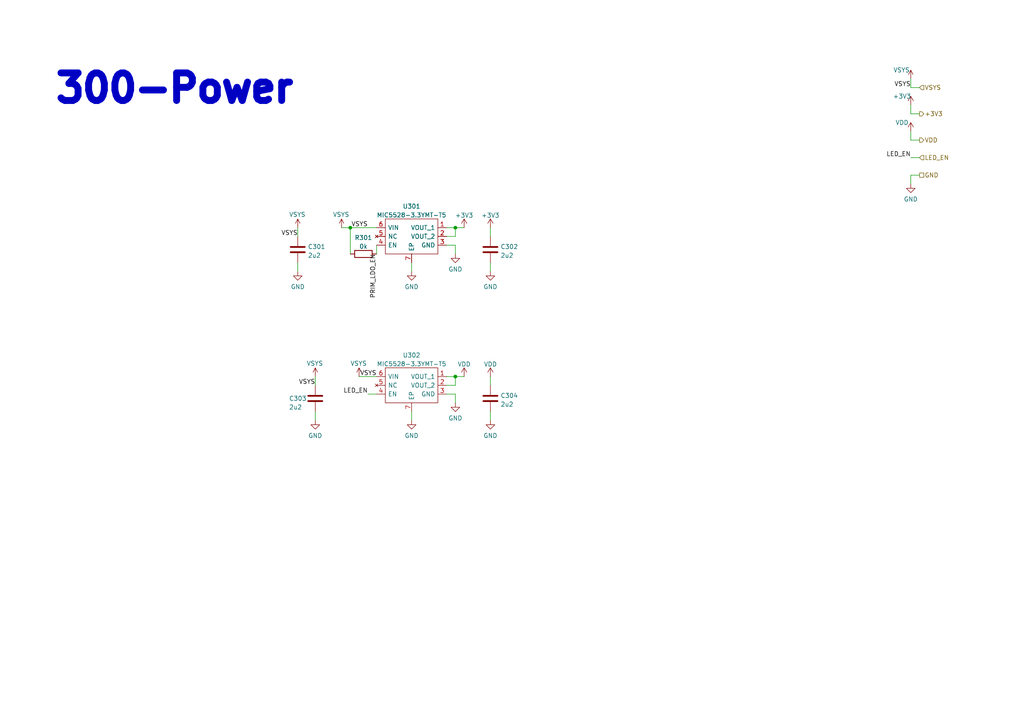
<source format=kicad_sch>
(kicad_sch (version 20230121) (generator eeschema)
  (paper "A4")
  (title_block (title "PMK_Keyboard") (date "2023-02-06") (rev "HW00") (company "PumaCorp") (comment 1 "Design by: NdG"))
  (lib_symbols
    (symbol "Component lib:C" (pin_numbers hide) (pin_names (offset 0.254))
      (property "Reference" "C" (at 0.635 -1.27 0))
      (property "Value" "C" (at 0.635 -6.35 0))
      (symbol "C_0_1"
        (polyline (pts (xy -2.032 -4.572) (xy 2.032 -4.572)) (stroke (width 0.508)))
        (polyline (pts (xy -2.032 -3.048) (xy 2.032 -3.048)) (stroke (width 0.508)))
      )
      (symbol "C_1_1"
        (pin passive line (at 0 0 270) (length 2.794) (name "~") (number "1"))
        (pin passive line (at 0 -7.62 90) (length 2.794) (name "~") (number "2"))
      )
    )
    (symbol "Component lib:MIC5528-3.3YMT-T5" (pin_names (offset 0.762))
      (property "Reference" "U" (at 2.54 5.08 0))
      (property "Value" "MIC5528-3.3YMT-T5" (at 12.7 5.08 0))
      (symbol "MIC5528-3.3YMT-T5_0_0"
        (pin passive line (at 20.32 0 180) (length 2.54) (name "VOUT_1") (number "1"))
        (pin passive line (at 20.32 -2.54 180) (length 2.54) (name "VOUT_2") (number "2"))
        (pin passive line (at 20.32 -5.08 180) (length 2.54) (name "GND") (number "3"))
        (pin passive line (at 0 -5.08 0) (length 2.54) (name "EN") (number "4"))
        (pin no_connect line (at 0 -2.54 0) (length 2.54) (name "NC") (number "5"))
        (pin passive line (at 0 0 0) (length 2.54) (name "VIN") (number "6"))
        (pin passive line (at 10.16 -10.16 90) (length 2.54) (name "EP") (number "7"))
      )
      (symbol "MIC5528-3.3YMT-T5_0_1"
        (rectangle (start 2.54 2.54) (end 17.78 -7.62) (stroke (width 0.1524)))
      )
    )
    (symbol "Component lib:R" (pin_numbers hide) (pin_names (offset 0))
      (property "Reference" "R" (at 2.032 -3.81 90))
      (property "Value" "R" (at 0 -3.81 90))
      (symbol "R_0_1"
        (rectangle (start -1.016 -6.35) (end 1.016 -1.27) (stroke (width 0.254)))
      )
      (symbol "R_1_1"
        (pin passive line (at 0 0 270) (length 1.27) (name "~") (number "1"))
        (pin passive line (at 0 -7.62 90) (length 1.27) (name "~") (number "2"))
      )
    )
    (symbol "Component_lib:VSYS" (power) (pin_numbers hide) (in_bom no) (on_board no)
      (property "Value" "VSYS" (at 0 3.81 0))
      (symbol "VSYS_0_0"
        (pin passive line (at 0 0 90) (length 2.54) hide (name "") (number ""))
      )
      (symbol "VSYS_0_1"
        (polyline (pts (xy 0 0) (xy 0 2.54) (xy 0.635 1.27) (xy 0 2.54) (xy -0.635 1.27)) (stroke (width 0.1524)))
      )
    )
    (symbol "power:+3V3" (power) (pin_names (offset 0))
      (property "Value" "+3V3" (at 0 3.556 0))
      (symbol "+3V3_0_1"
        (polyline (pts (xy -0.762 1.27) (xy 0 2.54)))
        (polyline (pts (xy 0 0) (xy 0 2.54)))
        (polyline (pts (xy 0 2.54) (xy 0.762 1.27)))
      )
      (symbol "+3V3_1_1"
        (pin power_in line (at 0 0 90) (length 0) hide (name "+3V3") (number "1"))
      )
    )
    (symbol "power:GND" (power) (pin_names (offset 0))
      (property "Value" "GND" (at 0 -3.81 0))
      (symbol "GND_0_1"
        (polyline (pts (xy 0 0) (xy 0 -1.27) (xy 1.27 -1.27) (xy 0 -2.54) (xy -1.27 -1.27) (xy 0 -1.27)))
      )
      (symbol "GND_1_1"
        (pin power_in line (at 0 0 270) (length 0) hide (name "GND") (number "1"))
      )
    )
    (symbol "power:VDD" (power) (pin_names (offset 0))
      (property "Value" "VDD" (at 0 3.81 0))
      (symbol "VDD_0_1"
        (polyline (pts (xy -0.762 1.27) (xy 0 2.54)))
        (polyline (pts (xy 0 0) (xy 0 2.54)))
        (polyline (pts (xy 0 2.54) (xy 0.762 1.27)))
      )
      (symbol "VDD_1_1"
        (pin power_in line (at 0 0 90) (length 0) hide (name "VDD") (number "1"))
      )
    )
  )
  (junction (at 101.6 66.04))
  (junction (at 132.08 66.04))
  (junction (at 132.08 109.22))
  (wire (pts (xy 101.6 66.04) (xy 101.6 73.66)))
  (wire (pts (xy 132.08 116.84) (xy 132.08 114.3)))
  (wire (pts (xy 129.54 68.58) (xy 132.08 68.58)))
  (wire (pts (xy 264.16 53.34) (xy 264.16 50.8)))
  (wire (pts (xy 142.24 66.04) (xy 142.24 68.58)))
  (wire (pts (xy 109.22 73.66) (xy 109.22 71.12)))
  (wire (pts (xy 86.36 76.2) (xy 86.36 78.74)))
  (wire (pts (xy 264.16 38.1) (xy 264.16 40.64)))
  (wire (pts (xy 119.38 119.38) (xy 119.38 121.92)))
  (wire (pts (xy 264.16 40.64) (xy 266.7 40.64)))
  (wire (pts (xy 142.24 109.22) (xy 142.24 111.76)))
  (wire (pts (xy 129.54 109.22) (xy 132.08 109.22)))
  (wire (pts (xy 129.54 66.04) (xy 132.08 66.04)))
  (wire (pts (xy 264.16 25.4) (xy 266.7 25.4)))
  (wire (pts (xy 129.54 71.12) (xy 132.08 71.12)))
  (wire (pts (xy 264.16 50.8) (xy 266.7 50.8)))
  (wire (pts (xy 99.06 66.04) (xy 101.6 66.04)))
  (wire (pts (xy 129.54 111.76) (xy 132.08 111.76)))
  (wire (pts (xy 132.08 66.04) (xy 134.62 66.04)))
  (wire (pts (xy 91.44 119.38) (xy 91.44 121.92)))
  (wire (pts (xy 264.16 45.72) (xy 266.7 45.72)))
  (wire (pts (xy 104.14 109.22) (xy 109.22 109.22)))
  (wire (pts (xy 91.44 109.22) (xy 91.44 111.76)))
  (wire (pts (xy 132.08 68.58) (xy 132.08 66.04)))
  (wire (pts (xy 132.08 71.12) (xy 132.08 73.66)))
  (wire (pts (xy 142.24 76.2) (xy 142.24 78.74)))
  (wire (pts (xy 132.08 111.76) (xy 132.08 109.22)))
  (wire (pts (xy 101.6 66.04) (xy 109.22 66.04)))
  (wire (pts (xy 264.16 22.86) (xy 264.16 25.4)))
  (wire (pts (xy 132.08 109.22) (xy 134.62 109.22)))
  (wire (pts (xy 132.08 114.3) (xy 129.54 114.3)))
  (wire (pts (xy 142.24 119.38) (xy 142.24 121.92)))
  (wire (pts (xy 264.16 30.48) (xy 264.16 33.02)))
  (wire (pts (xy 106.68 114.3) (xy 109.22 114.3)))
  (wire (pts (xy 264.16 33.02) (xy 266.7 33.02)))
  (wire (pts (xy 86.36 66.04) (xy 86.36 68.58)))
  (wire (pts (xy 119.38 76.2) (xy 119.38 78.74)))
  (text "300-Power\n" (at 15.24 30.48 0) (effects (font (size 8 8) (thickness 3) bold) (justify left bottom)))
  (label "VSYS" (at 86.36 68.58 180))
  (label "LED_EN" (at 106.68 114.3 180))
  (label "LED_EN" (at 264.16 45.72 180))
  (label "VSYS" (at 91.44 111.76 180))
  (label "VSYS" (at 264.16 25.4 180))
  (label "PRIM_LDO_EN" (at 109.22 73.66 270))
  (label "VSYS" (at 109.22 109.22 180))
  (label "VSYS" (at 106.68 66.04 180))
  (hierarchical_label "VDD" (shape output) (at 266.7 40.64 0))
  (hierarchical_label "+3V3" (shape output) (at 266.7 33.02 0))
  (hierarchical_label "VSYS" (shape input) (at 266.7 25.4 0))
  (hierarchical_label "GND" (shape passive) (at 266.7 50.8 0))
  (hierarchical_label "LED_EN" (shape input) (at 266.7 45.72 0))
  (symbol (lib_id "power:GND") (at 264.16 53.34 0) (unit 1)
    (property "Reference" "#PWR0303" (effects hide))
    (property "Value" "GND" (at 264.16 57.7834 0))
  )
  (symbol (lib_id "power:+3V3") (at 142.24 66.04 0) (unit 1)
    (property "Reference" "#PWR0305" (effects hide))
    (property "Value" "+3V3" (at 142.24 62.4642 0))
  )
  (symbol (lib_id "power:VDD") (at 134.62 109.22 0) (unit 1)
    (property "Reference" "#PWR0310" (effects hide))
    (property "Value" "VDD" (at 134.62 105.6442 0))
  )
  (symbol (lib_id "Component lib:MIC5528-3.3YMT-T5") (at 109.22 109.22 0) (unit 1)
    (property "Reference" "U302" (at 119.38 103.031 0))
    (property "Value" "MIC5528-3.3YMT-T5" (at 119.38 105.5679 0))
    (property "Footprint" "Component_lib:SON40P120X120X60-7N-D" (effects hide))
    (property "Datasheet" "https://www.mouser.ch/datasheet/2/268/MIC5528_High_Performance_500mA_LDO_in_Thin_and_Ext-1891284.pdf" (effects hide))
    (property "Description" "LDO Voltage Regulators Single, 500mA LDO w/ Auto Discharge & Internal Enable Pulldown" (effects hide))
    (property "Height" "0.6" (effects hide))
    (property "Mouser Part Number" "998-MIC5528-3.3YMTT5" (effects hide))
    (property "Mouser Price/Stock" "https://www.mouser.co.uk/ProductDetail/Microchip-Technology/MIC5528-33YMT-T5?qs=U6T8BxXiZAUrsVLummtswg%3D%3D" (effects hide))
    (property "Manufacturer_Name" "Microchip" (effects hide))
    (property "Manufacturer_Part_Number" "MIC5528-3.3YMT-T5" (effects hide))
  )
  (symbol (lib_id "power:+3V3") (at 264.16 30.48 0) (unit 1)
    (property "Reference" "#PWR0301" (effects hide))
    (property "Value" "+3V3" (at 261.62 27.94 0))
  )
  (symbol (lib_id "Component_lib:VSYS") (at 86.36 66.04 0) (unit 1) (in_bom no) (on_board no)
    (property "Reference" "#VSYS0103" (effects hide))
    (property "Value" "VSYS" (at 83.82 62.23 0) (effects (justify left)))
  )
  (symbol (lib_id "power:GND") (at 119.38 121.92 0) (unit 1)
    (property "Reference" "#PWR0315" (effects hide))
    (property "Value" "GND" (at 119.38 126.3634 0))
  )
  (symbol (lib_id "power:VDD") (at 264.16 38.1 0) (unit 1)
    (property "Reference" "#PWR0302" (effects hide))
    (property "Value" "VDD" (at 261.62 35.56 0))
  )
  (symbol (lib_id "power:GND") (at 86.36 78.74 0) (unit 1)
    (property "Reference" "#PWR0307" (effects hide))
    (property "Value" "GND" (at 86.36 83.1834 0))
  )
  (symbol (lib_id "power:GND") (at 142.24 121.92 0) (unit 1)
    (property "Reference" "#PWR0314" (effects hide))
    (property "Value" "GND" (at 142.24 126.3634 0))
  )
  (symbol (lib_id "Component lib:C") (at 142.24 111.76 0) (unit 1)
    (property "Reference" "C304" (at 145.161 114.7353 0) (effects (justify left)))
    (property "Value" "2u2" (at 145.161 117.2722 0) (effects (justify left)))
    (property "Footprint" "Capacitor_SMD:C_0603_1608Metric" (effects hide))
  )
  (symbol (lib_id "power:GND") (at 142.24 78.74 0) (unit 1)
    (property "Reference" "#PWR0308" (effects hide))
    (property "Value" "GND" (at 142.24 83.1834 0))
  )
  (symbol (lib_id "Component_lib:VSYS") (at 264.16 22.86 0) (unit 1) (in_bom no) (on_board no)
    (property "Reference" "#VSYS0104" (effects hide))
    (property "Value" "VSYS" (at 259.08 20.32 0) (effects (justify left)))
  )
  (symbol (lib_id "Component_lib:VSYS") (at 91.44 109.22 0) (unit 1) (in_bom no) (on_board no)
    (property "Reference" "#VSYS0101" (effects hide))
    (property "Value" "VSYS" (at 88.9 105.41 0) (effects (justify left)))
  )
  (symbol (lib_id "Component_lib:VSYS") (at 104.14 109.22 0) (unit 1) (in_bom no) (on_board no)
    (property "Reference" "#VSYS0301" (effects hide))
    (property "Value" "VSYS" (at 101.6 105.41 0) (effects (justify left)))
  )
  (symbol (lib_id "Component lib:MIC5528-3.3YMT-T5") (at 109.22 66.04 0) (unit 1)
    (property "Reference" "U301" (at 119.38 59.851 0))
    (property "Value" "MIC5528-3.3YMT-T5" (at 119.38 62.3879 0))
    (property "Footprint" "Component_lib:SON40P120X120X60-7N-D" (effects hide))
    (property "Datasheet" "https://www.mouser.ch/datasheet/2/268/MIC5528_High_Performance_500mA_LDO_in_Thin_and_Ext-1891284.pdf" (effects hide))
    (property "Description" "LDO Voltage Regulators Single, 500mA LDO w/ Auto Discharge & Internal Enable Pulldown" (effects hide))
    (property "Height" "0.6" (effects hide))
    (property "Mouser Part Number" "998-MIC5528-3.3YMTT5" (effects hide))
    (property "Mouser Price/Stock" "https://www.mouser.co.uk/ProductDetail/Microchip-Technology/MIC5528-33YMT-T5?qs=U6T8BxXiZAUrsVLummtswg%3D%3D" (effects hide))
    (property "Manufacturer_Name" "Microchip" (effects hide))
    (property "Manufacturer_Part_Number" "MIC5528-3.3YMT-T5" (effects hide))
  )
  (symbol (lib_id "power:GND") (at 132.08 116.84 0) (unit 1)
    (property "Reference" "#PWR0312" (effects hide))
    (property "Value" "GND" (at 132.08 121.2834 0))
  )
  (symbol (lib_id "Component_lib:VSYS") (at 99.06 66.04 0) (unit 1) (in_bom no) (on_board no)
    (property "Reference" "#VSYS0102" (effects hide))
    (property "Value" "VSYS" (at 96.52 62.23 0) (effects (justify left)))
  )
  (symbol (lib_id "Component lib:C") (at 142.24 68.58 0) (unit 1)
    (property "Reference" "C302" (at 145.161 71.5553 0) (effects (justify left)))
    (property "Value" "2u2" (at 145.161 74.0922 0) (effects (justify left)))
    (property "Footprint" "Capacitor_SMD:C_0603_1608Metric" (effects hide))
  )
  (symbol (lib_id "Component lib:R") (at 101.6 73.66 90) (unit 1)
    (property "Reference" "R301" (at 105.41 68.9442 90))
    (property "Value" "0k" (at 105.41 71.4811 90))
    (property "Footprint" "Resistor_SMD:R_0201_0603Metric" (effects hide))
  )
  (symbol (lib_id "Component lib:C") (at 86.36 68.58 0) (unit 1)
    (property "Reference" "C301" (at 89.281 71.5553 0) (effects (justify left)))
    (property "Value" "2u2" (at 89.281 74.0922 0) (effects (justify left)))
    (property "Footprint" "Capacitor_SMD:C_0603_1608Metric" (effects hide))
  )
  (symbol (lib_id "power:GND") (at 132.08 73.66 0) (unit 1)
    (property "Reference" "#PWR0306" (effects hide))
    (property "Value" "GND" (at 132.08 78.1034 0))
  )
  (symbol (lib_id "power:GND") (at 91.44 121.92 0) (unit 1)
    (property "Reference" "#PWR0313" (effects hide))
    (property "Value" "GND" (at 91.44 126.3634 0))
  )
  (symbol (lib_id "power:VDD") (at 142.24 109.22 0) (unit 1)
    (property "Reference" "#PWR0311" (effects hide))
    (property "Value" "VDD" (at 142.24 105.6442 0))
  )
  (symbol (lib_id "Component lib:C") (at 91.44 111.76 0) (unit 1)
    (property "Reference" "C303" (at 83.82 115.5731 0) (effects (justify left)))
    (property "Value" "2u2" (at 83.82 118.11 0) (effects (justify left)))
    (property "Footprint" "Capacitor_SMD:C_0603_1608Metric" (effects hide))
  )
  (symbol (lib_id "power:+3V3") (at 134.62 66.04 0) (unit 1)
    (property "Reference" "#PWR0304" (effects hide))
    (property "Value" "+3V3" (at 134.62 62.4642 0))
  )
  (symbol (lib_id "power:GND") (at 119.38 78.74 0) (unit 1)
    (property "Reference" "#PWR0309" (effects hide))
    (property "Value" "GND" (at 119.38 83.1834 0))
  )
)
</source>
